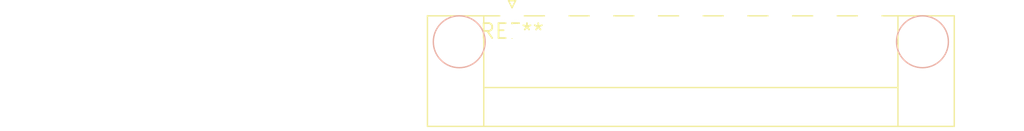
<source format=kicad_pcb>
(kicad_pcb (version 20240108) (generator pcbnew)
  (layers (0 "F.Cu" signal) (31 "B.Cu" signal) (34 "B.Paste" user) (35 "F.Paste" user) (36 "B.SilkS" user "B.Silkscreen") (37 "F.SilkS" user "F.Silkscreen") (38 "B.Mask" user) (39 "F.Mask" user) (44 "Edge.Cuts" user))
  (net 0 "")
  (footprint "PhoenixContact_MC_1,5_9-GF-3.81_1x09_P3.81mm_Horizontal_ThreadedFlange_MountHole" (layer "F.Cu") (at 0 0)
    (property "Reference" "REF**")
    (property "Value" "PhoenixContact_MC_1,5_9-GF-3.81_1x09_P3.81mm_Horizontal_ThreadedFlange_MountHole")
    (fp_circle (center -4.5 0.9) (end -2.29 0.9) (layer "B.SilkS") (stroke (width 0.12)) (fill none))
    (fp_circle (center 34.98 0.9) (end 37.19 0.9) (layer "B.SilkS") (stroke (width 0.12)) (fill none))
    (fp_line (start -7.21 -1.31) (end -7.21 8.11) (layer "F.SilkS") (stroke (width 0.12)))
    (fp_line (start -7.21 -1.31) (end -1.05 -1.31) (layer "F.SilkS") (stroke (width 0.12)))
    (fp_line (start -7.21 8.11) (end 37.69 8.11) (layer "F.SilkS") (stroke (width 0.12)))
    (fp_line (start -2.41 -1.31) (end -2.41 8.11) (layer "F.SilkS") (stroke (width 0.12)))
    (fp_line (start -2.41 4.8) (end 32.89 4.8) (layer "F.SilkS") (stroke (width 0.12)))
    (fp_line (start -0.3 -2.6) (end 0.3 -2.6) (layer "F.SilkS") (stroke (width 0.12)))
    (fp_line (start 0 -2) (end -0.3 -2.6) (layer "F.SilkS") (stroke (width 0.12)))
    (fp_line (start 0.3 -2.6) (end 0 -2) (layer "F.SilkS") (stroke (width 0.12)))
    (fp_line (start 1.05 -1.31) (end 2.76 -1.31) (layer "F.SilkS") (stroke (width 0.12)))
    (fp_line (start 4.86 -1.31) (end 6.57 -1.31) (layer "F.SilkS") (stroke (width 0.12)))
    (fp_line (start 8.67 -1.31) (end 10.38 -1.31) (layer "F.SilkS") (stroke (width 0.12)))
    (fp_line (start 12.48 -1.31) (end 14.19 -1.31) (layer "F.SilkS") (stroke (width 0.12)))
    (fp_line (start 16.29 -1.31) (end 18 -1.31) (layer "F.SilkS") (stroke (width 0.12)))
    (fp_line (start 20.1 -1.31) (end 21.81 -1.31) (layer "F.SilkS") (stroke (width 0.12)))
    (fp_line (start 23.91 -1.31) (end 25.62 -1.31) (layer "F.SilkS") (stroke (width 0.12)))
    (fp_line (start 27.72 -1.31) (end 29.43 -1.31) (layer "F.SilkS") (stroke (width 0.12)))
    (fp_line (start 32.89 -1.31) (end 32.89 8.11) (layer "F.SilkS") (stroke (width 0.12)))
    (fp_line (start 37.69 -1.31) (end 31.53 -1.31) (layer "F.SilkS") (stroke (width 0.12)))
    (fp_line (start 37.69 8.11) (end 37.69 -1.31) (layer "F.SilkS") (stroke (width 0.12)))
    (pad "" np_thru_hole circle (at -4.5 0.9) (size 2.4 2.4) (drill 2.4) (layers *.Cu *.Mask))
    (pad "" np_thru_hole circle (at 34.98 0.9) (size 2.4 2.4) (drill 2.4) (layers *.Cu *.Mask))
    (pad "1" thru_hole roundrect (at 0 0) (size 1.8 3.6) (drill 1.2) (layers *.Cu *.Mask) (remove_unused_layers) (roundrect_rratio 0.138889))
    (pad "2" thru_hole oval (at 3.81 0) (size 1.8 3.6) (drill 1.2) (layers *.Cu *.Mask) (remove_unused_layers))
    (pad "3" thru_hole oval (at 7.62 0) (size 1.8 3.6) (drill 1.2) (layers *.Cu *.Mask) (remove_unused_layers))
    (pad "4" thru_hole oval (at 11.43 0) (size 1.8 3.6) (drill 1.2) (layers *.Cu *.Mask) (remove_unused_layers))
    (pad "5" thru_hole oval (at 15.24 0) (size 1.8 3.6) (drill 1.2) (layers *.Cu *.Mask) (remove_unused_layers))
    (pad "6" thru_hole oval (at 19.05 0) (size 1.8 3.6) (drill 1.2) (layers *.Cu *.Mask) (remove_unused_layers))
    (pad "7" thru_hole oval (at 22.86 0) (size 1.8 3.6) (drill 1.2) (layers *.Cu *.Mask) (remove_unused_layers))
    (pad "8" thru_hole oval (at 26.67 0) (size 1.8 3.6) (drill 1.2) (layers *.Cu *.Mask) (remove_unused_layers))
    (pad "9" thru_hole oval (at 30.48 0) (size 1.8 3.6) (drill 1.2) (layers *.Cu *.Mask) (remove_unused_layers))
  )
)
</source>
